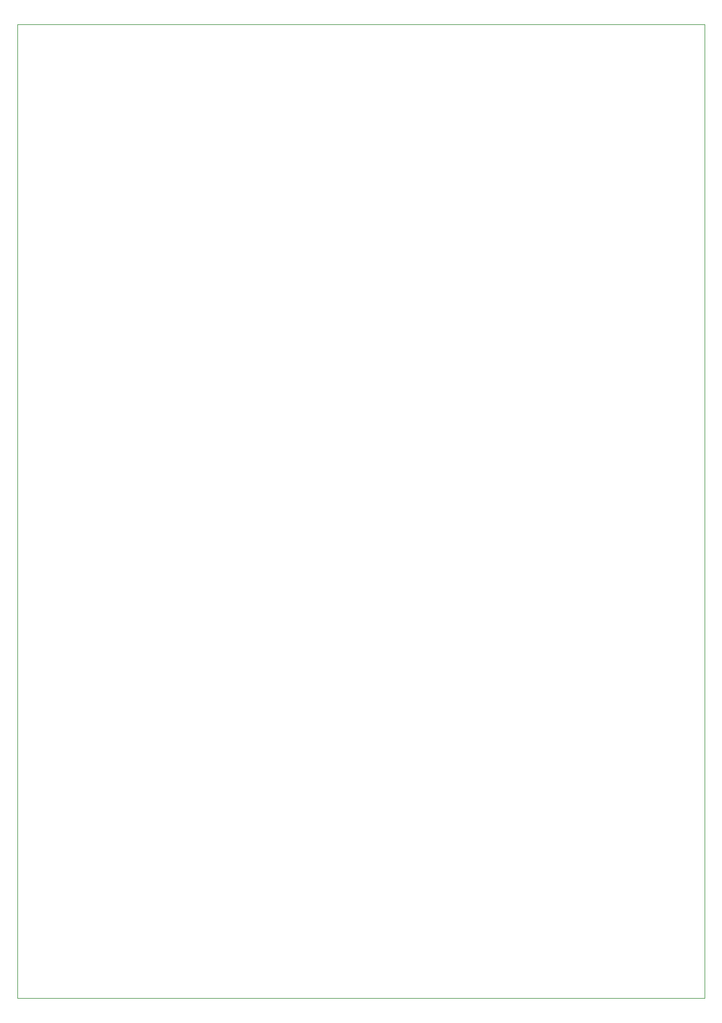
<source format=gbr>
G04 (created by PCBNEW (2013-jul-07)-stable) date Sat 03 Jan 2015 11:12:08 AM EET*
%MOIN*%
G04 Gerber Fmt 3.4, Leading zero omitted, Abs format*
%FSLAX34Y34*%
G01*
G70*
G90*
G04 APERTURE LIST*
%ADD10C,0.00590551*%
%ADD11C,0.00393701*%
G04 APERTURE END LIST*
G54D10*
G54D11*
X103350Y-82050D02*
X103350Y-26050D01*
X63850Y-26050D02*
X63850Y-82050D01*
X63850Y-82050D02*
X103350Y-82050D01*
X103350Y-26050D02*
X63850Y-26050D01*
M02*

</source>
